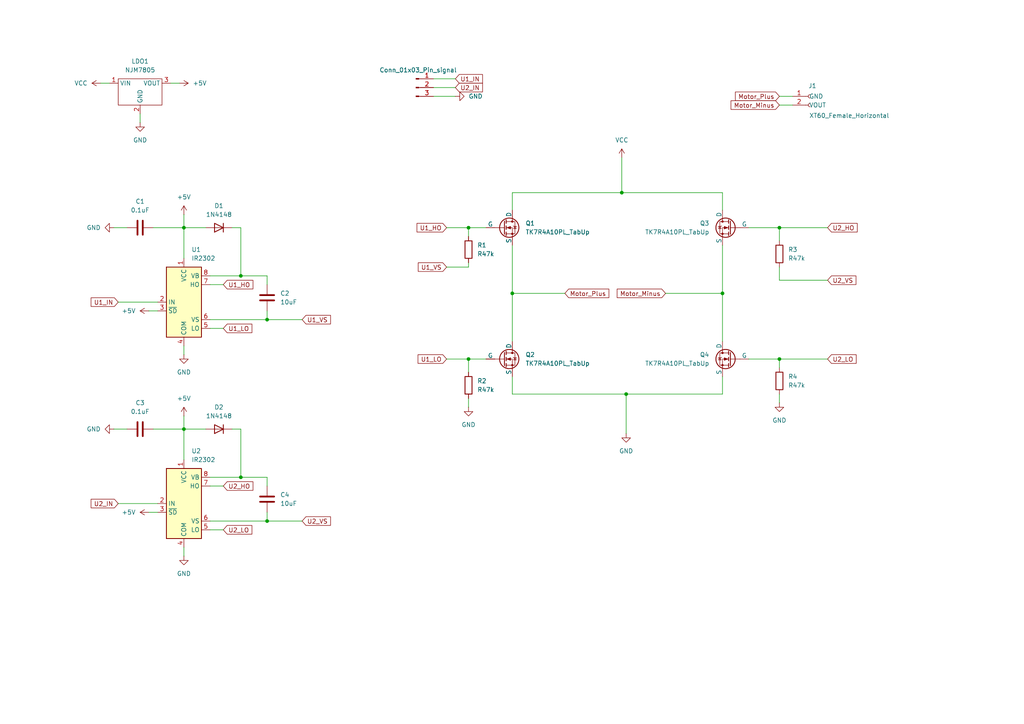
<source format=kicad_sch>
(kicad_sch (version 20231120) (generator "eeschema") (generator_version "8.0")
  (paper "A4")
  (lib_symbols
    (symbol "00_mylib:1N4148" (pin_numbers hide) (pin_names hide)
      (property "Reference" "D" (at 0 2.54 0))
      (property "Value" "1N4148" (at 0 -2.54 0))
      (symbol "1N4148_0_1"
        (polyline (pts (xy -1.27 1.27) (xy -1.27 -1.27)) (stroke (width 0.254)))
        (polyline (pts (xy 1.27 0) (xy -1.27 0)))
        (polyline (pts (xy 1.27 1.27) (xy 1.27 -1.27) (xy -1.27 0) (xy 1.27 1.27)) (stroke (width 0.254)))
      )
      (symbol "1N4148_1_1"
        (pin passive line (at -3.81 0 0) (length 2.54) (name "K") (number "1"))
        (pin passive line (at 3.81 0 180) (length 2.54) (name "A") (number "2"))
      )
    )
    (symbol "00_mylib:C1608" (pin_numbers hide) (pin_names (offset 0.254))
      (property "Reference" "C" (at 0.635 2.54 0))
      (property "Value" "C1608" (at 0.635 -2.54 0))
      (symbol "C1608_0_1"
        (polyline (pts (xy -2.032 -0.762) (xy 2.032 -0.762)) (stroke (width 0.508)))
        (polyline (pts (xy -2.032 0.762) (xy 2.032 0.762)) (stroke (width 0.508)))
      )
      (symbol "C1608_1_1"
        (pin passive line (at 0 3.81 270) (length 2.794) (name "~") (number "1"))
        (pin passive line (at 0 -3.81 90) (length 2.794) (name "~") (number "2"))
      )
    )
    (symbol "00_mylib:Conn_01x03_Pin_signal" (pin_names (offset 1.016) hide)
      (property "Value" "Conn_01x03_Pin_signal" (at 0 -5.08 0))
      (symbol "Conn_01x03_Pin_signal_1_1"
        (polyline (pts (xy 1.27 -2.54) (xy 0.8636 -2.54)) (stroke (width 0.1524)))
        (polyline (pts (xy 1.27 0) (xy 0.8636 0)) (stroke (width 0.1524)))
        (polyline (pts (xy 1.27 2.54) (xy 0.8636 2.54)) (stroke (width 0.1524)))
        (rectangle (start 0.8636 -2.413) (end 0 -2.667) (stroke (width 0.1524)) (fill (type outline)))
        (rectangle (start 0.8636 0.127) (end 0 -0.127) (stroke (width 0.1524)) (fill (type outline)))
        (rectangle (start 0.8636 2.667) (end 0 2.413) (stroke (width 0.1524)) (fill (type outline)))
        (pin passive line (at 5.08 2.54 180) (length 3.81) (name "Pin_1") (number "1"))
        (pin passive line (at 5.08 0 180) (length 3.81) (name "Pin_2") (number "2"))
        (pin passive line (at 5.08 -2.54 180) (length 3.81) (name "Pin_3") (number "3"))
      )
    )
    (symbol "00_mylib:IR2302"
      (property "Reference" "U" (at 1.27 13.335 0))
      (property "Value" "IR2302" (at 1.27 11.43 0))
      (symbol "IR2302_0_1"
        (rectangle (start -5.08 -10.16) (end 5.08 10.16) (stroke (width 0.254)) (fill (type background)))
      )
      (symbol "IR2302_1_1"
        (pin power_in line (at 0 12.7 270) (length 2.54) (name "VCC") (number "1"))
        (pin input line (at -7.62 0 0) (length 2.54) (name "IN") (number "2"))
        (pin input line (at -7.62 -2.54 0) (length 2.54) (name "~{SD}") (number "3"))
        (pin power_in line (at 0 -12.7 90) (length 2.54) (name "COM") (number "4"))
        (pin output line (at 7.62 -7.62 180) (length 2.54) (name "LO") (number "5"))
        (pin passive line (at 7.62 -5.08 180) (length 2.54) (name "VS") (number "6"))
        (pin output line (at 7.62 5.08 180) (length 2.54) (name "HO") (number "7"))
        (pin passive line (at 7.62 7.62 180) (length 2.54) (name "VB") (number "8"))
      )
    )
    (symbol "00_mylib:NJM7805SDL1"
      (property "Reference" "LDO" (at -0.762 5.334 0))
      (property "Value" "NJM7805" (at -0.254 7.112 0))
      (symbol "NJM7805SDL1_0_1"
        (rectangle (start -6.35 3.81) (end 6.35 -3.81))
      )
      (symbol "NJM7805SDL1_1_1"
        (pin power_in line (at -8.89 2.54 0) (length 2.54) (name "VIN") (number "1"))
        (pin input line (at 0 -6.35 90) (length 2.54) (name "GND") (number "2"))
        (pin power_out line (at 8.89 2.54 180) (length 2.54) (name "VOUT") (number "3"))
      )
    )
    (symbol "00_mylib:R1608" (pin_numbers hide) (pin_names (offset 0))
      (property "Reference" "R" (at 2.032 0 90))
      (property "Value" "R1608" (at 0 0 90))
      (symbol "R1608_0_1"
        (rectangle (start -1.016 -2.54) (end 1.016 2.54) (stroke (width 0.254)))
      )
      (symbol "R1608_1_1"
        (pin passive line (at 0 3.81 270) (length 1.27) (name "~") (number "1"))
        (pin passive line (at 0 -3.81 90) (length 1.27) (name "~") (number "2"))
      )
    )
    (symbol "00_mylib:TK7R4A10PL" (pin_numbers hide) (pin_names (offset 0))
      (property "Reference" "Q" (at 5.08 1.27 0))
      (property "Value" "TK7R4A10PL_TabUp" (at 5.08 -1.27 0))
      (symbol "TK7R4A10PL_0_1"
        (polyline (pts (xy 0.254 0) (xy -2.54 0)))
        (polyline (pts (xy 0.254 1.905) (xy 0.254 -1.905)) (stroke (width 0.254)))
        (polyline (pts (xy 0.762 -1.27) (xy 0.762 -2.286)) (stroke (width 0.254)))
        (polyline (pts (xy 0.762 0.508) (xy 0.762 -0.508)) (stroke (width 0.254)))
        (polyline (pts (xy 0.762 2.286) (xy 0.762 1.27)) (stroke (width 0.254)))
        (polyline (pts (xy 2.54 2.54) (xy 2.54 1.778)))
        (polyline (pts (xy 2.54 -2.54) (xy 2.54 0) (xy 0.762 0)))
        (polyline (pts (xy 0.762 -1.778) (xy 3.302 -1.778) (xy 3.302 1.778) (xy 0.762 1.778)))
        (polyline (pts (xy 1.016 0) (xy 2.032 0.381) (xy 2.032 -0.381) (xy 1.016 0)) (fill (type outline)))
        (polyline (pts (xy 2.794 0.508) (xy 2.921 0.381) (xy 3.683 0.381) (xy 3.81 0.254)))
        (polyline (pts (xy 3.302 0.381) (xy 2.921 -0.254) (xy 3.683 -0.254) (xy 3.302 0.381)))
        (circle (center 1.651 0) (radius 2.794) (stroke (width 0.254)))
        (circle (center 2.54 -1.778) (radius 0.254) (fill (type outline)))
        (circle (center 2.54 1.778) (radius 0.254) (fill (type outline)))
      )
      (symbol "TK7R4A10PL_1_1"
        (pin passive line (at 2.54 5.08 270) (length 2.54) (name "D") (number "1"))
        (pin input line (at -5.08 0 0) (length 2.54) (name "G") (number "2"))
        (pin passive line (at 2.54 -5.08 90) (length 2.54) (name "S") (number "3"))
      )
    )
    (symbol "00_mylib:XT60_Female_Horizontal" (pin_names (offset 1.016))
      (property "Reference" "J" (at 0 2.54 0))
      (property "Value" "XT60_Female_Horizontal" (at 0 -5.08 0))
      (symbol "XT60_Female_Horizontal_1_1"
        (arc (start 0 -2.032) (mid -0.5058 -2.54) (end 0 -3.048) (stroke (width 0.1524)))
        (polyline (pts (xy -1.27 -2.54) (xy -0.508 -2.54)) (stroke (width 0.1524)))
        (polyline (pts (xy -1.27 0) (xy -0.508 0)) (stroke (width 0.1524)))
        (arc (start 0 0.508) (mid -0.5058 0) (end 0 -0.508) (stroke (width 0.1524)))
        (pin passive line (at -5.08 0 0) (length 3.81) (name "GND") (number "1"))
        (pin power_in line (at -5.08 -2.54 0) (length 3.81) (name "VOUT") (number "2"))
      )
    )
    (symbol "power:+5V" (power) (pin_numbers hide) (pin_names (offset 0) hide)
      (property "Value" "+5V" (at 0 3.556 0))
      (symbol "+5V_0_1"
        (polyline (pts (xy -0.762 1.27) (xy 0 2.54)))
        (polyline (pts (xy 0 0) (xy 0 2.54)))
        (polyline (pts (xy 0 2.54) (xy 0.762 1.27)))
      )
      (symbol "+5V_1_1"
        (pin power_in line (at 0 0 90) (length 0) (name "~") (number "1"))
      )
    )
    (symbol "power:GND" (power) (pin_numbers hide) (pin_names (offset 0) hide)
      (property "Value" "GND" (at 0 -3.81 0))
      (symbol "GND_0_1"
        (polyline (pts (xy 0 0) (xy 0 -1.27) (xy 1.27 -1.27) (xy 0 -2.54) (xy -1.27 -1.27) (xy 0 -1.27)))
      )
      (symbol "GND_1_1"
        (pin power_in line (at 0 0 270) (length 0) (name "~") (number "1"))
      )
    )
    (symbol "power:VCC" (power) (pin_numbers hide) (pin_names (offset 0) hide)
      (property "Value" "VCC" (at 0 3.556 0))
      (symbol "VCC_0_1"
        (polyline (pts (xy -0.762 1.27) (xy 0 2.54)))
        (polyline (pts (xy 0 0) (xy 0 2.54)))
        (polyline (pts (xy 0 2.54) (xy 0.762 1.27)))
      )
      (symbol "VCC_1_1"
        (pin power_in line (at 0 0 90) (length 0) (name "~") (number "1"))
      )
    )
  )
  (junction (at 226.06 66.04))
  (junction (at 53.34 66.04))
  (junction (at 181.61 114.3))
  (junction (at 180.34 55.88))
  (junction (at 148.59 85.09))
  (junction (at 77.47 92.71))
  (junction (at 77.47 151.13))
  (junction (at 69.85 138.43))
  (junction (at 226.06 104.14))
  (junction (at 135.89 66.04))
  (junction (at 135.89 104.14))
  (junction (at 69.85 80.01))
  (junction (at 53.34 124.46))
  (junction (at 209.55 85.09))
  (wire (pts (xy 60.96 140.97) (xy 64.77 140.97)))
  (wire (pts (xy 226.06 66.04) (xy 240.03 66.04)))
  (wire (pts (xy 77.47 148.59) (xy 77.47 151.13)))
  (wire (pts (xy 77.47 140.97) (xy 77.47 138.43)))
  (wire (pts (xy 53.34 124.46) (xy 59.69 124.46)))
  (wire (pts (xy 135.89 77.47) (xy 129.54 77.47)))
  (wire (pts (xy 148.59 109.22) (xy 148.59 114.3)))
  (wire (pts (xy 53.34 100.33) (xy 53.34 102.87)))
  (wire (pts (xy 129.54 104.14) (xy 135.89 104.14)))
  (wire (pts (xy 217.17 66.04) (xy 226.06 66.04)))
  (wire (pts (xy 77.47 80.01) (xy 69.85 80.01)))
  (wire (pts (xy 125.73 22.86) (xy 132.08 22.86)))
  (wire (pts (xy 209.55 85.09) (xy 209.55 99.06)))
  (wire (pts (xy 226.06 66.04) (xy 226.06 69.85)))
  (wire (pts (xy 69.85 124.46) (xy 69.85 138.43)))
  (wire (pts (xy 181.61 114.3) (xy 209.55 114.3)))
  (wire (pts (xy 148.59 71.12) (xy 148.59 85.09)))
  (wire (pts (xy 77.47 151.13) (xy 87.63 151.13)))
  (wire (pts (xy 226.06 104.14) (xy 240.03 104.14)))
  (wire (pts (xy 29.21 24.13) (xy 31.75 24.13)))
  (wire (pts (xy 77.47 138.43) (xy 69.85 138.43)))
  (wire (pts (xy 135.89 66.04) (xy 140.97 66.04)))
  (wire (pts (xy 125.73 25.4) (xy 132.08 25.4)))
  (wire (pts (xy 148.59 55.88) (xy 180.34 55.88)))
  (wire (pts (xy 53.34 66.04) (xy 53.34 74.93)))
  (wire (pts (xy 135.89 76.2) (xy 135.89 77.47)))
  (wire (pts (xy 33.02 66.04) (xy 36.83 66.04)))
  (wire (pts (xy 180.34 45.72) (xy 180.34 55.88)))
  (wire (pts (xy 226.06 27.94) (xy 229.87 27.94)))
  (wire (pts (xy 209.55 55.88) (xy 209.55 60.96)))
  (wire (pts (xy 125.73 27.94) (xy 132.08 27.94)))
  (wire (pts (xy 69.85 66.04) (xy 69.85 80.01)))
  (wire (pts (xy 77.47 82.55) (xy 77.47 80.01)))
  (wire (pts (xy 77.47 151.13) (xy 60.96 151.13)))
  (wire (pts (xy 67.31 66.04) (xy 69.85 66.04)))
  (wire (pts (xy 240.03 81.28) (xy 226.06 81.28)))
  (wire (pts (xy 181.61 114.3) (xy 181.61 125.73)))
  (wire (pts (xy 34.29 146.05) (xy 45.72 146.05)))
  (wire (pts (xy 44.45 66.04) (xy 53.34 66.04)))
  (wire (pts (xy 77.47 92.71) (xy 60.96 92.71)))
  (wire (pts (xy 53.34 120.65) (xy 53.34 124.46)))
  (wire (pts (xy 129.54 66.04) (xy 135.89 66.04)))
  (wire (pts (xy 135.89 66.04) (xy 135.89 68.58)))
  (wire (pts (xy 53.34 66.04) (xy 59.69 66.04)))
  (wire (pts (xy 209.55 71.12) (xy 209.55 85.09)))
  (wire (pts (xy 60.96 138.43) (xy 69.85 138.43)))
  (wire (pts (xy 148.59 85.09) (xy 163.83 85.09)))
  (wire (pts (xy 40.64 33.02) (xy 40.64 35.56)))
  (wire (pts (xy 60.96 95.25) (xy 64.77 95.25)))
  (wire (pts (xy 209.55 109.22) (xy 209.55 114.3)))
  (wire (pts (xy 49.53 24.13) (xy 52.07 24.13)))
  (wire (pts (xy 148.59 114.3) (xy 181.61 114.3)))
  (wire (pts (xy 180.34 55.88) (xy 209.55 55.88)))
  (wire (pts (xy 60.96 80.01) (xy 69.85 80.01)))
  (wire (pts (xy 148.59 60.96) (xy 148.59 55.88)))
  (wire (pts (xy 53.34 62.23) (xy 53.34 66.04)))
  (wire (pts (xy 60.96 82.55) (xy 64.77 82.55)))
  (wire (pts (xy 43.18 90.17) (xy 45.72 90.17)))
  (wire (pts (xy 135.89 104.14) (xy 140.97 104.14)))
  (wire (pts (xy 43.18 148.59) (xy 45.72 148.59)))
  (wire (pts (xy 226.06 30.48) (xy 229.87 30.48)))
  (wire (pts (xy 135.89 104.14) (xy 135.89 107.95)))
  (wire (pts (xy 226.06 104.14) (xy 226.06 106.68)))
  (wire (pts (xy 193.04 85.09) (xy 209.55 85.09)))
  (wire (pts (xy 60.96 153.67) (xy 64.77 153.67)))
  (wire (pts (xy 33.02 124.46) (xy 36.83 124.46)))
  (wire (pts (xy 77.47 92.71) (xy 87.63 92.71)))
  (wire (pts (xy 44.45 124.46) (xy 53.34 124.46)))
  (wire (pts (xy 226.06 81.28) (xy 226.06 77.47)))
  (wire (pts (xy 67.31 124.46) (xy 69.85 124.46)))
  (wire (pts (xy 148.59 85.09) (xy 148.59 99.06)))
  (wire (pts (xy 217.17 104.14) (xy 226.06 104.14)))
  (wire (pts (xy 226.06 114.3) (xy 226.06 116.84)))
  (wire (pts (xy 77.47 90.17) (xy 77.47 92.71)))
  (wire (pts (xy 53.34 158.75) (xy 53.34 161.29)))
  (wire (pts (xy 34.29 87.63) (xy 45.72 87.63)))
  (wire (pts (xy 135.89 115.57) (xy 135.89 118.11)))
  (wire (pts (xy 53.34 124.46) (xy 53.34 133.35)))
  (global_label "U2_IN" (shape input) (at 34.29 146.05 180) (property "Intersheetrefs" "${INTERSHEET_REFS}" (effects (hide yes))))
  (global_label "U1_VS" (shape input) (at 129.54 77.47 180) (property "Intersheetrefs" "${INTERSHEET_REFS}" (effects (hide yes))))
  (global_label "Motor_Plus" (shape input) (at 226.06 27.94 180) (property "Intersheetrefs" "${INTERSHEET_REFS}" (effects (hide yes))))
  (global_label "U1_IN" (shape input) (at 132.08 22.86 0) (property "Intersheetrefs" "${INTERSHEET_REFS}" (effects (hide yes))))
  (global_label "Motor_Minus" (shape input) (at 226.06 30.48 180) (property "Intersheetrefs" "${INTERSHEET_REFS}" (effects (hide yes))))
  (global_label "U2_IN" (shape input) (at 132.08 25.4 0) (property "Intersheetrefs" "${INTERSHEET_REFS}" (effects (hide yes))))
  (global_label "U2_VS" (shape input) (at 87.63 151.13 0) (property "Intersheetrefs" "${INTERSHEET_REFS}" (effects (hide yes))))
  (global_label "U1_IN" (shape input) (at 34.29 87.63 180) (property "Intersheetrefs" "${INTERSHEET_REFS}" (effects (hide yes))))
  (global_label "Motor_Minus" (shape input) (at 193.04 85.09 180) (property "Intersheetrefs" "${INTERSHEET_REFS}" (effects (hide yes))))
  (global_label "Motor_Plus" (shape input) (at 163.83 85.09 0) (property "Intersheetrefs" "${INTERSHEET_REFS}" (effects (hide yes))))
  (global_label "U1_HO" (shape input) (at 129.54 66.04 180) (property "Intersheetrefs" "${INTERSHEET_REFS}" (effects (hide yes))))
  (global_label "U1_LO" (shape input) (at 64.77 95.25 0) (property "Intersheetrefs" "${INTERSHEET_REFS}" (effects (hide yes))))
  (global_label "U2_LO" (shape input) (at 64.77 153.67 0) (property "Intersheetrefs" "${INTERSHEET_REFS}" (effects (hide yes))))
  (global_label "U2_LO" (shape input) (at 240.03 104.14 0) (property "Intersheetrefs" "${INTERSHEET_REFS}" (effects (hide yes))))
  (global_label "U1_HO" (shape input) (at 64.77 82.55 0) (property "Intersheetrefs" "${INTERSHEET_REFS}" (effects (hide yes))))
  (global_label "U2_HO" (shape input) (at 64.77 140.97 0) (property "Intersheetrefs" "${INTERSHEET_REFS}" (effects (hide yes))))
  (global_label "U1_LO" (shape input) (at 129.54 104.14 180) (property "Intersheetrefs" "${INTERSHEET_REFS}" (effects (hide yes))))
  (global_label "U2_HO" (shape input) (at 240.03 66.04 0) (property "Intersheetrefs" "${INTERSHEET_REFS}" (effects (hide yes))))
  (global_label "U1_VS" (shape input) (at 87.63 92.71 0) (property "Intersheetrefs" "${INTERSHEET_REFS}" (effects (hide yes))))
  (global_label "U2_VS" (shape input) (at 240.03 81.28 0) (property "Intersheetrefs" "${INTERSHEET_REFS}" (effects (hide yes))))
  (symbol (lib_id "00_mylib:C1608") (at 77.47 144.78 0) (unit 1)
    (property "Reference" "C4" (at 81.28 143.5099 0) (effects (justify left)))
    (property "Value" "10uF" (at 81.28 146.0499 0) (effects (justify left)))
    (property "Footprint" "Capacitor_SMD:C_0603_1608Metric_Pad1.08x0.95mm_HandSolder" (effects (hide yes)))
    (property "Description" "Unpolarized capacitor" (effects (hide yes)))
  )
  (symbol (lib_id "power:VCC") (at 29.21 24.13 90) (unit 1)
    (property "Reference" "#PWR01" (effects (hide yes)))
    (property "Value" "VCC" (at 25.4 24.1299 90) (effects (justify left)))
    (property "Description" "Power symbol creates a global label with name \"VCC\"" (effects (hide yes)))
  )
  (symbol (lib_id "power:+5V") (at 53.34 120.65 0) (unit 1)
    (property "Reference" "#PWR010" (effects (hide yes)))
    (property "Value" "+5V" (at 53.34 115.57 0))
    (property "Description" "Power symbol creates a global label with name \"+5V\"" (effects (hide yes)))
  )
  (symbol (lib_id "power:VCC") (at 180.34 45.72 0) (unit 1)
    (property "Reference" "#PWR012" (effects (hide yes)))
    (property "Value" "VCC" (at 180.34 40.64 0))
    (property "Description" "Power symbol creates a global label with name \"VCC\"" (effects (hide yes)))
  )
  (symbol (lib_id "00_mylib:NJM7805SDL1") (at 40.64 26.67 0) (unit 1)
    (property "Reference" "LDO1" (at 40.64 17.78 0))
    (property "Value" "NJM7805" (at 40.64 20.32 0))
    (property "Footprint" "Package_TO_SOT_SMD:TO-252-2" (effects (hide yes)))
  )
  (symbol (lib_id "power:GND") (at 135.89 118.11 0) (unit 1)
    (property "Reference" "#PWR014" (effects (hide yes)))
    (property "Value" "GND" (at 135.89 123.19 0))
    (property "Description" "Power symbol creates a global label with name \"GND\" , ground" (effects (hide yes)))
  )
  (symbol (lib_id "00_mylib:Conn_01x03_Pin_signal") (at 120.65 25.4 0) (unit 1)
    (property "Reference" "J2" (effects (hide yes)))
    (property "Value" "Conn_01x03_Pin_signal" (at 121.285 20.32 0))
    (property "Footprint" "Connector_JST:JST_XH_B3B-XH-A_1x03_P2.50mm_Vertical" (effects (hide yes)))
    (property "Description" "Generic connector, single row, 01x03, script generated" (effects (hide yes)))
  )
  (symbol (lib_id "00_mylib:1N4148") (at 63.5 124.46 180) (unit 1)
    (property "Reference" "D2" (at 63.5 118.11 0))
    (property "Value" "1N4148" (at 63.5 120.65 0))
    (property "Footprint" "Diode_THT:D_DO-35_SOD27_P7.62mm_Horizontal" (effects (hide yes)))
    (property "Datasheet" "https://assets.nexperia.com/documents/data-sheet/1N4148_1N4448.pdf" (effects (hide yes)))
    (property "Description" "100V 0.15A standard switching diode, DO-35" (effects (hide yes)))
    (property "Sim.Device" "D" (effects (hide yes)))
    (property "Sim.Pins" "1=K 2=A" (effects (hide yes)))
  )
  (symbol (lib_id "00_mylib:R1608") (at 135.89 111.76 0) (unit 1)
    (property "Reference" "R2" (at 138.43 110.4899 0) (effects (justify left)))
    (property "Value" "R47k" (at 138.43 113.0299 0) (effects (justify left)))
    (property "Footprint" "Resistor_SMD:R_0603_1608Metric_Pad0.98x0.95mm_HandSolder" (effects (hide yes)))
    (property "Description" "Resistor" (effects (hide yes)))
  )
  (symbol (lib_id "power:GND") (at 132.08 27.94 90) (unit 1)
    (property "Reference" "#PWR016" (effects (hide yes)))
    (property "Value" "GND" (at 135.89 27.9399 90) (effects (justify right)))
    (property "Description" "Power symbol creates a global label with name \"GND\" , ground" (effects (hide yes)))
  )
  (symbol (lib_id "00_mylib:R1608") (at 226.06 73.66 0) (unit 1)
    (property "Reference" "R3" (at 228.6 72.3899 0) (effects (justify left)))
    (property "Value" "R47k" (at 228.6 74.9299 0) (effects (justify left)))
    (property "Footprint" "Resistor_SMD:R_0603_1608Metric_Pad0.98x0.95mm_HandSolder" (effects (hide yes)))
    (property "Description" "Resistor" (effects (hide yes)))
  )
  (symbol (lib_id "00_mylib:TK7R4A10PL") (at 146.05 104.14 0) (unit 1)
    (property "Reference" "Q2" (at 152.4 102.8699 0) (effects (justify left)))
    (property "Value" "TK7R4A10PL_TabUp" (at 152.4 105.4099 0) (effects (justify left)))
    (property "Footprint" "Package_TO_SOT_THT:TO-220-3_Horizontal_TabUp" (effects (hide yes)))
    (property "Datasheet" "https://ngspice.sourceforge.io/docs/ngspice-html-manual/manual.xhtml#cha_MOSFETs" (effects (hide yes)))
    (property "Description" "N-MOSFET transistor, drain/source/gate" (effects (hide yes)))
    (property "Sim.Device" "NMOS" (effects (hide yes)))
    (property "Sim.Type" "VDMOS" (effects (hide yes)))
    (property "Sim.Pins" "1=D 2=G 3=S" (effects (hide yes)))
  )
  (symbol (lib_id "power:+5V") (at 43.18 148.59 90) (unit 1)
    (property "Reference" "#PWR09" (effects (hide yes)))
    (property "Value" "+5V" (at 39.37 148.5899 90) (effects (justify left)))
    (property "Description" "Power symbol creates a global label with name \"+5V\"" (effects (hide yes)))
  )
  (symbol (lib_id "00_mylib:TK7R4A10PL") (at 212.09 104.14 0) (mirror y) (unit 1)
    (property "Reference" "Q4" (at 205.74 102.8699 0) (effects (justify left)))
    (property "Value" "TK7R4A10PL_TabUp" (at 205.74 105.4099 0) (effects (justify left)))
    (property "Footprint" "Package_TO_SOT_THT:TO-220-3_Horizontal_TabUp" (effects (hide yes)))
    (property "Datasheet" "https://ngspice.sourceforge.io/docs/ngspice-html-manual/manual.xhtml#cha_MOSFETs" (effects (hide yes)))
    (property "Description" "N-MOSFET transistor, drain/source/gate" (effects (hide yes)))
    (property "Sim.Device" "NMOS" (effects (hide yes)))
    (property "Sim.Type" "VDMOS" (effects (hide yes)))
    (property "Sim.Pins" "1=D 2=G 3=S" (effects (hide yes)))
  )
  (symbol (lib_id "00_mylib:R1608") (at 226.06 110.49 0) (unit 1)
    (property "Reference" "R4" (at 228.6 109.2199 0) (effects (justify left)))
    (property "Value" "R47k" (at 228.6 111.7599 0) (effects (justify left)))
    (property "Footprint" "Resistor_SMD:R_0603_1608Metric_Pad0.98x0.95mm_HandSolder" (effects (hide yes)))
    (property "Description" "Resistor" (effects (hide yes)))
  )
  (symbol (lib_id "00_mylib:XT60_Female_Horizontal") (at 234.95 27.94 0) (unit 1)
    (property "Reference" "J1" (at 234.442 24.892 0) (effects (justify left)))
    (property "Value" "XT60_Female_Horizontal" (at 234.696 33.528 0) (effects (justify left)))
    (property "Footprint" "Connector_AMASS:AMASS_XT60PW-F_1x02_P7.20mm_Horizontal" (effects (hide yes)))
    (property "Description" "Generic connector, single row, 01x02, script generated" (effects (hide yes)))
  )
  (symbol (lib_id "00_mylib:TK7R4A10PL") (at 212.09 66.04 0) (mirror y) (unit 1)
    (property "Reference" "Q3" (at 205.74 64.7699 0) (effects (justify left)))
    (property "Value" "TK7R4A10PL_TabUp" (at 205.74 67.3099 0) (effects (justify left)))
    (property "Footprint" "Package_TO_SOT_THT:TO-220-3_Horizontal_TabUp" (effects (hide yes)))
    (property "Datasheet" "https://ngspice.sourceforge.io/docs/ngspice-html-manual/manual.xhtml#cha_MOSFETs" (effects (hide yes)))
    (property "Description" "N-MOSFET transistor, drain/source/gate" (effects (hide yes)))
    (property "Sim.Device" "NMOS" (effects (hide yes)))
    (property "Sim.Type" "VDMOS" (effects (hide yes)))
    (property "Sim.Pins" "1=D 2=G 3=S" (effects (hide yes)))
  )
  (symbol (lib_id "power:GND") (at 33.02 124.46 270) (unit 1)
    (property "Reference" "#PWR08" (effects (hide yes)))
    (property "Value" "GND" (at 29.21 124.4599 90) (effects (justify right)))
    (property "Description" "Power symbol creates a global label with name \"GND\" , ground" (effects (hide yes)))
  )
  (symbol (lib_id "power:GND") (at 33.02 66.04 270) (unit 1)
    (property "Reference" "#PWR05" (effects (hide yes)))
    (property "Value" "GND" (at 29.21 66.0399 90) (effects (justify right)))
    (property "Description" "Power symbol creates a global label with name \"GND\" , ground" (effects (hide yes)))
  )
  (symbol (lib_id "00_mylib:C1608") (at 40.64 124.46 90) (unit 1)
    (property "Reference" "C3" (at 40.64 116.84 90))
    (property "Value" "0.1uF" (at 40.64 119.38 90))
    (property "Footprint" "Capacitor_SMD:C_0603_1608Metric_Pad1.08x0.95mm_HandSolder" (effects (hide yes)))
    (property "Description" "Unpolarized capacitor" (effects (hide yes)))
  )
  (symbol (lib_id "power:+5V") (at 53.34 62.23 0) (unit 1)
    (property "Reference" "#PWR04" (effects (hide yes)))
    (property "Value" "+5V" (at 53.34 57.15 0))
    (property "Description" "Power symbol creates a global label with name \"+5V\"" (effects (hide yes)))
  )
  (symbol (lib_id "power:+5V") (at 52.07 24.13 270) (unit 1)
    (property "Reference" "#PWR03" (effects (hide yes)))
    (property "Value" "+5V" (at 55.88 24.1299 90) (effects (justify left)))
    (property "Description" "Power symbol creates a global label with name \"+5V\"" (effects (hide yes)))
  )
  (symbol (lib_id "00_mylib:TK7R4A10PL") (at 146.05 66.04 0) (unit 1)
    (property "Reference" "Q1" (at 152.4 64.7699 0) (effects (justify left)))
    (property "Value" "TK7R4A10PL_TabUp" (at 152.4 67.3099 0) (effects (justify left)))
    (property "Footprint" "Package_TO_SOT_THT:TO-220-3_Horizontal_TabUp" (effects (hide yes)))
    (property "Datasheet" "https://ngspice.sourceforge.io/docs/ngspice-html-manual/manual.xhtml#cha_MOSFETs" (effects (hide yes)))
    (property "Description" "N-MOSFET transistor, drain/source/gate" (effects (hide yes)))
    (property "Sim.Device" "NMOS" (effects (hide yes)))
    (property "Sim.Type" "VDMOS" (effects (hide yes)))
    (property "Sim.Pins" "1=D 2=G 3=S" (effects (hide yes)))
  )
  (symbol (lib_id "00_mylib:C1608") (at 77.47 86.36 0) (unit 1)
    (property "Reference" "C2" (at 81.28 85.0899 0) (effects (justify left)))
    (property "Value" "10uF" (at 81.28 87.6299 0) (effects (justify left)))
    (property "Footprint" "Capacitor_SMD:C_0603_1608Metric_Pad1.08x0.95mm_HandSolder" (effects (hide yes)))
    (property "Description" "Unpolarized capacitor" (effects (hide yes)))
  )
  (symbol (lib_id "power:GND") (at 226.06 116.84 0) (unit 1)
    (property "Reference" "#PWR015" (effects (hide yes)))
    (property "Value" "GND" (at 226.06 121.92 0))
    (property "Description" "Power symbol creates a global label with name \"GND\" , ground" (effects (hide yes)))
  )
  (symbol (lib_id "00_mylib:R1608") (at 135.89 72.39 0) (unit 1)
    (property "Reference" "R1" (at 138.43 71.1199 0) (effects (justify left)))
    (property "Value" "R47k" (at 138.43 73.6599 0) (effects (justify left)))
    (property "Footprint" "Resistor_SMD:R_0603_1608Metric_Pad0.98x0.95mm_HandSolder" (effects (hide yes)))
    (property "Description" "Resistor" (effects (hide yes)))
  )
  (symbol (lib_id "power:GND") (at 181.61 125.73 0) (unit 1)
    (property "Reference" "#PWR013" (effects (hide yes)))
    (property "Value" "GND" (at 181.61 130.81 0))
    (property "Description" "Power symbol creates a global label with name \"GND\" , ground" (effects (hide yes)))
  )
  (symbol (lib_id "00_mylib:1N4148") (at 63.5 66.04 180) (unit 1)
    (property "Reference" "D1" (at 63.5 59.69 0))
    (property "Value" "1N4148" (at 63.5 62.23 0))
    (property "Footprint" "Diode_THT:D_DO-35_SOD27_P7.62mm_Horizontal" (effects (hide yes)))
    (property "Datasheet" "https://assets.nexperia.com/documents/data-sheet/1N4148_1N4448.pdf" (effects (hide yes)))
    (property "Description" "100V 0.15A standard switching diode, DO-35" (effects (hide yes)))
    (property "Sim.Device" "D" (effects (hide yes)))
    (property "Sim.Pins" "1=K 2=A" (effects (hide yes)))
  )
  (symbol (lib_id "00_mylib:IR2302") (at 53.34 146.05 0) (unit 1)
    (property "Reference" "U2" (at 55.5341 130.81 0) (effects (justify left)))
    (property "Value" "IR2302" (at 55.5341 133.35 0) (effects (justify left)))
    (property "Footprint" "Package_SO:SOP-8_3.9x4.9mm_P1.27mm" (effects (hide yes)))
    (property "Datasheet" "https://www.infineon.com/dgdl/ir2302.pdf?fileId=5546d462533600a4015355c988b216de" (effects (hide yes)))
    (property "Description" "Half-Bridge Driver, 600V, 200/350mA, PDIP-8/SOIC-8" (effects (hide yes)))
  )
  (symbol (lib_id "power:+5V") (at 43.18 90.17 90) (unit 1)
    (property "Reference" "#PWR06" (effects (hide yes)))
    (property "Value" "+5V" (at 39.37 90.1699 90) (effects (justify left)))
    (property "Description" "Power symbol creates a global label with name \"+5V\"" (effects (hide yes)))
  )
  (symbol (lib_id "power:GND") (at 53.34 102.87 0) (unit 1)
    (property "Reference" "#PWR07" (effects (hide yes)))
    (property "Value" "GND" (at 53.34 107.95 0))
    (property "Description" "Power symbol creates a global label with name \"GND\" , ground" (effects (hide yes)))
  )
  (symbol (lib_id "00_mylib:C1608") (at 40.64 66.04 90) (unit 1)
    (property "Reference" "C1" (at 40.64 58.42 90))
    (property "Value" "0.1uF" (at 40.64 60.96 90))
    (property "Footprint" "Capacitor_SMD:C_0603_1608Metric_Pad1.08x0.95mm_HandSolder" (effects (hide yes)))
    (property "Description" "Unpolarized capacitor" (effects (hide yes)))
  )
  (symbol (lib_id "00_mylib:IR2302") (at 53.34 87.63 0) (unit 1)
    (property "Reference" "U1" (at 55.5341 72.39 0) (effects (justify left)))
    (property "Value" "IR2302" (at 55.5341 74.93 0) (effects (justify left)))
    (property "Footprint" "Package_SO:SOP-8_3.9x4.9mm_P1.27mm" (effects (hide yes)))
    (property "Datasheet" "https://www.infineon.com/dgdl/ir2302.pdf?fileId=5546d462533600a4015355c988b216de" (effects (hide yes)))
    (property "Description" "Half-Bridge Driver, 600V, 200/350mA, PDIP-8/SOIC-8" (effects (hide yes)))
  )
  (symbol (lib_id "power:GND") (at 53.34 161.29 0) (unit 1)
    (property "Reference" "#PWR011" (effects (hide yes)))
    (property "Value" "GND" (at 53.34 166.37 0))
    (property "Description" "Power symbol creates a global label with name \"GND\" , ground" (effects (hide yes)))
  )
  (symbol (lib_id "power:GND") (at 40.64 35.56 0) (unit 1)
    (property "Reference" "#PWR02" (effects (hide yes)))
    (property "Value" "GND" (at 40.64 40.64 0))
    (property "Description" "Power symbol creates a global label with name \"GND\" , ground" (effects (hide yes)))
  )
)
</source>
